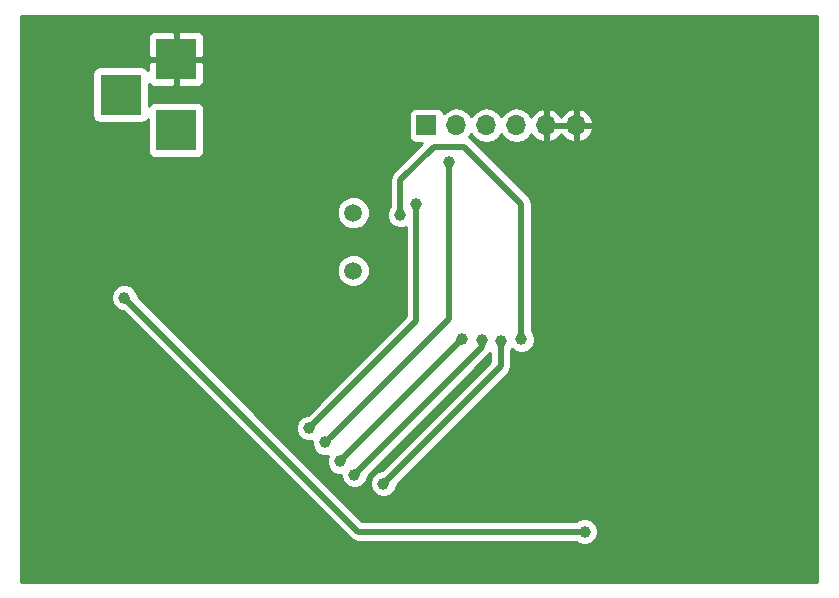
<source format=gbr>
G04 #@! TF.FileFunction,Copper,L2,Bot,Signal*
%FSLAX46Y46*%
G04 Gerber Fmt 4.6, Leading zero omitted, Abs format (unit mm)*
G04 Created by KiCad (PCBNEW 4.0.7) date 12/05/17 19:23:18*
%MOMM*%
%LPD*%
G01*
G04 APERTURE LIST*
%ADD10C,0.100000*%
%ADD11C,1.500000*%
%ADD12R,1.700000X1.700000*%
%ADD13O,1.700000X1.700000*%
%ADD14R,3.500000X3.500000*%
%ADD15C,1.000000*%
%ADD16C,0.500000*%
%ADD17C,0.254000*%
G04 APERTURE END LIST*
D10*
D11*
X28800000Y32000000D03*
X28800000Y27100000D03*
D12*
X34980000Y39400000D03*
D13*
X37520000Y39400000D03*
X40060000Y39400000D03*
X42600000Y39400000D03*
X45140000Y39400000D03*
X47680000Y39400000D03*
D14*
X13800000Y39000000D03*
X13800000Y45000000D03*
X9100000Y42000000D03*
D15*
X48400000Y5000000D03*
X9400000Y24800000D03*
X25054746Y13763487D03*
X34154583Y32750010D03*
X43037784Y21280573D03*
X32800000Y31800000D03*
X37989284Y21304961D03*
X27672225Y10957118D03*
X39696506Y21207406D03*
X28886519Y9823776D03*
X41281784Y21109850D03*
X31342092Y9068216D03*
X26403962Y12549192D03*
X36865079Y36263036D03*
D16*
X9400000Y24800000D02*
X29200000Y5000000D01*
X29200000Y5000000D02*
X48400000Y5000000D01*
X25554745Y14263486D02*
X25054746Y13763487D01*
X34154583Y22863324D02*
X25554745Y14263486D01*
X34154583Y32750010D02*
X34154583Y22863324D01*
X43037784Y32762216D02*
X43037784Y21987679D01*
X32800000Y34800000D02*
X35600000Y37600000D01*
X35600000Y37600000D02*
X38200000Y37600000D01*
X38200000Y37600000D02*
X43037784Y32762216D01*
X43037784Y21987679D02*
X43037784Y21280573D01*
X32800000Y31800000D02*
X32800000Y34800000D01*
X37989284Y21274177D02*
X37989284Y21304961D01*
X27672225Y10957118D02*
X37989284Y21274177D01*
X28886519Y9823776D02*
X39696506Y20633763D01*
X39696506Y20633763D02*
X39696506Y21207406D01*
X41281784Y20402744D02*
X41281784Y21109850D01*
X31342092Y9068216D02*
X41281784Y19007908D01*
X41281784Y19007908D02*
X41281784Y20402744D01*
X36865079Y23010309D02*
X26903961Y13049191D01*
X26903961Y13049191D02*
X26403962Y12549192D01*
X36865079Y36263036D02*
X36865079Y23010309D01*
D17*
G36*
X68090000Y710000D02*
X710000Y710000D01*
X710000Y24575225D01*
X8264803Y24575225D01*
X8437233Y24157914D01*
X8756235Y23838355D01*
X9173244Y23665197D01*
X9283319Y23665101D01*
X28574208Y4374213D01*
X28574210Y4374210D01*
X28766054Y4246025D01*
X28861326Y4182366D01*
X29200000Y4114999D01*
X29200005Y4115000D01*
X47679724Y4115000D01*
X47756235Y4038355D01*
X48173244Y3865197D01*
X48624775Y3864803D01*
X49042086Y4037233D01*
X49361645Y4356235D01*
X49534803Y4773244D01*
X49535197Y5224775D01*
X49362767Y5642086D01*
X49043765Y5961645D01*
X48626756Y6134803D01*
X48175225Y6135197D01*
X47757914Y5962767D01*
X47680011Y5885000D01*
X29566579Y5885000D01*
X21912868Y13538712D01*
X23919549Y13538712D01*
X24091979Y13121401D01*
X24410981Y12801842D01*
X24827990Y12628684D01*
X25269030Y12628299D01*
X25268765Y12324417D01*
X25441195Y11907106D01*
X25760197Y11587547D01*
X26177206Y11414389D01*
X26628737Y11413995D01*
X26633855Y11416110D01*
X26537422Y11183874D01*
X26537028Y10732343D01*
X26709458Y10315032D01*
X27028460Y9995473D01*
X27445469Y9822315D01*
X27751517Y9822048D01*
X27751322Y9599001D01*
X27923752Y9181690D01*
X28242754Y8862131D01*
X28659763Y8688973D01*
X29111294Y8688579D01*
X29528605Y8861009D01*
X29848164Y9180011D01*
X30021322Y9597020D01*
X30021418Y9707095D01*
X40322293Y20007971D01*
X40322296Y20007973D01*
X40396784Y20119453D01*
X40396784Y19374487D01*
X31225615Y10203319D01*
X31117317Y10203413D01*
X30700006Y10030983D01*
X30380447Y9711981D01*
X30207289Y9294972D01*
X30206895Y8843441D01*
X30379325Y8426130D01*
X30698327Y8106571D01*
X31115336Y7933413D01*
X31566867Y7933019D01*
X31984178Y8105449D01*
X32303737Y8424451D01*
X32476895Y8841460D01*
X32476991Y8951535D01*
X41907571Y18382116D01*
X41907574Y18382118D01*
X42099417Y18669233D01*
X42166785Y19007908D01*
X42166784Y19007913D01*
X42166784Y20389574D01*
X42243429Y20466085D01*
X42244513Y20468695D01*
X42394019Y20318928D01*
X42811028Y20145770D01*
X43262559Y20145376D01*
X43679870Y20317806D01*
X43999429Y20636808D01*
X44172587Y21053817D01*
X44172981Y21505348D01*
X44000551Y21922659D01*
X43922784Y22000562D01*
X43922784Y32762211D01*
X43922785Y32762216D01*
X43855417Y33100890D01*
X43855417Y33100891D01*
X43663574Y33388006D01*
X43663571Y33388008D01*
X38825790Y38225790D01*
X38605075Y38373266D01*
X38790000Y38650026D01*
X39009946Y38320853D01*
X39491715Y37998946D01*
X40060000Y37885907D01*
X40628285Y37998946D01*
X41110054Y38320853D01*
X41330000Y38650026D01*
X41549946Y38320853D01*
X42031715Y37998946D01*
X42600000Y37885907D01*
X43168285Y37998946D01*
X43650054Y38320853D01*
X43877702Y38661553D01*
X43944817Y38518642D01*
X44373076Y38128355D01*
X44783110Y37958524D01*
X45013000Y38079845D01*
X45013000Y39273000D01*
X45267000Y39273000D01*
X45267000Y38079845D01*
X45496890Y37958524D01*
X45906924Y38128355D01*
X46335183Y38518642D01*
X46410000Y38677954D01*
X46484817Y38518642D01*
X46913076Y38128355D01*
X47323110Y37958524D01*
X47553000Y38079845D01*
X47553000Y39273000D01*
X47807000Y39273000D01*
X47807000Y38079845D01*
X48036890Y37958524D01*
X48446924Y38128355D01*
X48875183Y38518642D01*
X49121486Y39043108D01*
X49000819Y39273000D01*
X47807000Y39273000D01*
X47553000Y39273000D01*
X45267000Y39273000D01*
X45013000Y39273000D01*
X44993000Y39273000D01*
X44993000Y39527000D01*
X45013000Y39527000D01*
X45013000Y40720155D01*
X45267000Y40720155D01*
X45267000Y39527000D01*
X47553000Y39527000D01*
X47553000Y40720155D01*
X47807000Y40720155D01*
X47807000Y39527000D01*
X49000819Y39527000D01*
X49121486Y39756892D01*
X48875183Y40281358D01*
X48446924Y40671645D01*
X48036890Y40841476D01*
X47807000Y40720155D01*
X47553000Y40720155D01*
X47323110Y40841476D01*
X46913076Y40671645D01*
X46484817Y40281358D01*
X46410000Y40122046D01*
X46335183Y40281358D01*
X45906924Y40671645D01*
X45496890Y40841476D01*
X45267000Y40720155D01*
X45013000Y40720155D01*
X44783110Y40841476D01*
X44373076Y40671645D01*
X43944817Y40281358D01*
X43877702Y40138447D01*
X43650054Y40479147D01*
X43168285Y40801054D01*
X42600000Y40914093D01*
X42031715Y40801054D01*
X41549946Y40479147D01*
X41330000Y40149974D01*
X41110054Y40479147D01*
X40628285Y40801054D01*
X40060000Y40914093D01*
X39491715Y40801054D01*
X39009946Y40479147D01*
X38790000Y40149974D01*
X38570054Y40479147D01*
X38088285Y40801054D01*
X37520000Y40914093D01*
X36951715Y40801054D01*
X36469946Y40479147D01*
X36442150Y40437548D01*
X36433162Y40485317D01*
X36294090Y40701441D01*
X36081890Y40846431D01*
X35830000Y40897440D01*
X34130000Y40897440D01*
X33894683Y40853162D01*
X33678559Y40714090D01*
X33533569Y40501890D01*
X33482560Y40250000D01*
X33482560Y38550000D01*
X33526838Y38314683D01*
X33665910Y38098559D01*
X33878110Y37953569D01*
X34130000Y37902560D01*
X34650981Y37902560D01*
X32174210Y35425790D01*
X31982367Y35138675D01*
X31982367Y35138674D01*
X31914999Y34800000D01*
X31915000Y34799995D01*
X31915000Y32520276D01*
X31838355Y32443765D01*
X31665197Y32026756D01*
X31664803Y31575225D01*
X31837233Y31157914D01*
X32156235Y30838355D01*
X32573244Y30665197D01*
X33024775Y30664803D01*
X33269583Y30765956D01*
X33269583Y23229903D01*
X24938269Y14898590D01*
X24829971Y14898684D01*
X24412660Y14726254D01*
X24093101Y14407252D01*
X23919943Y13990243D01*
X23919549Y13538712D01*
X21912868Y13538712D01*
X10535103Y24916477D01*
X10535197Y25024775D01*
X10362767Y25442086D01*
X10043765Y25761645D01*
X9626756Y25934803D01*
X9175225Y25935197D01*
X8757914Y25762767D01*
X8438355Y25443765D01*
X8265197Y25026756D01*
X8264803Y24575225D01*
X710000Y24575225D01*
X710000Y26825715D01*
X27414760Y26825715D01*
X27625169Y26316485D01*
X28014436Y25926539D01*
X28523298Y25715241D01*
X29074285Y25714760D01*
X29583515Y25925169D01*
X29973461Y26314436D01*
X30184759Y26823298D01*
X30185240Y27374285D01*
X29974831Y27883515D01*
X29585564Y28273461D01*
X29076702Y28484759D01*
X28525715Y28485240D01*
X28016485Y28274831D01*
X27626539Y27885564D01*
X27415241Y27376702D01*
X27414760Y26825715D01*
X710000Y26825715D01*
X710000Y31725715D01*
X27414760Y31725715D01*
X27625169Y31216485D01*
X28014436Y30826539D01*
X28523298Y30615241D01*
X29074285Y30614760D01*
X29583515Y30825169D01*
X29973461Y31214436D01*
X30184759Y31723298D01*
X30185240Y32274285D01*
X29974831Y32783515D01*
X29585564Y33173461D01*
X29076702Y33384759D01*
X28525715Y33385240D01*
X28016485Y33174831D01*
X27626539Y32785564D01*
X27415241Y32276702D01*
X27414760Y31725715D01*
X710000Y31725715D01*
X710000Y43750000D01*
X6702560Y43750000D01*
X6702560Y40250000D01*
X6746838Y40014683D01*
X6885910Y39798559D01*
X7098110Y39653569D01*
X7350000Y39602560D01*
X10850000Y39602560D01*
X11085317Y39646838D01*
X11301441Y39785910D01*
X11402560Y39933903D01*
X11402560Y37250000D01*
X11446838Y37014683D01*
X11585910Y36798559D01*
X11798110Y36653569D01*
X12050000Y36602560D01*
X15550000Y36602560D01*
X15785317Y36646838D01*
X16001441Y36785910D01*
X16146431Y36998110D01*
X16197440Y37250000D01*
X16197440Y40750000D01*
X16153162Y40985317D01*
X16014090Y41201441D01*
X15801890Y41346431D01*
X15550000Y41397440D01*
X12050000Y41397440D01*
X11814683Y41353162D01*
X11598559Y41214090D01*
X11497440Y41066097D01*
X11497440Y42924663D01*
X11511673Y42890302D01*
X11690301Y42711673D01*
X11923690Y42615000D01*
X13514250Y42615000D01*
X13673000Y42773750D01*
X13673000Y44873000D01*
X13927000Y44873000D01*
X13927000Y42773750D01*
X14085750Y42615000D01*
X15676310Y42615000D01*
X15909699Y42711673D01*
X16088327Y42890302D01*
X16185000Y43123691D01*
X16185000Y44714250D01*
X16026250Y44873000D01*
X13927000Y44873000D01*
X13673000Y44873000D01*
X11573750Y44873000D01*
X11415000Y44714250D01*
X11415000Y44044622D01*
X11314090Y44201441D01*
X11101890Y44346431D01*
X10850000Y44397440D01*
X7350000Y44397440D01*
X7114683Y44353162D01*
X6898559Y44214090D01*
X6753569Y44001890D01*
X6702560Y43750000D01*
X710000Y43750000D01*
X710000Y46876309D01*
X11415000Y46876309D01*
X11415000Y45285750D01*
X11573750Y45127000D01*
X13673000Y45127000D01*
X13673000Y47226250D01*
X13927000Y47226250D01*
X13927000Y45127000D01*
X16026250Y45127000D01*
X16185000Y45285750D01*
X16185000Y46876309D01*
X16088327Y47109698D01*
X15909699Y47288327D01*
X15676310Y47385000D01*
X14085750Y47385000D01*
X13927000Y47226250D01*
X13673000Y47226250D01*
X13514250Y47385000D01*
X11923690Y47385000D01*
X11690301Y47288327D01*
X11511673Y47109698D01*
X11415000Y46876309D01*
X710000Y46876309D01*
X710000Y48690000D01*
X68090000Y48690000D01*
X68090000Y710000D01*
X68090000Y710000D01*
G37*
X68090000Y710000D02*
X710000Y710000D01*
X710000Y24575225D01*
X8264803Y24575225D01*
X8437233Y24157914D01*
X8756235Y23838355D01*
X9173244Y23665197D01*
X9283319Y23665101D01*
X28574208Y4374213D01*
X28574210Y4374210D01*
X28766054Y4246025D01*
X28861326Y4182366D01*
X29200000Y4114999D01*
X29200005Y4115000D01*
X47679724Y4115000D01*
X47756235Y4038355D01*
X48173244Y3865197D01*
X48624775Y3864803D01*
X49042086Y4037233D01*
X49361645Y4356235D01*
X49534803Y4773244D01*
X49535197Y5224775D01*
X49362767Y5642086D01*
X49043765Y5961645D01*
X48626756Y6134803D01*
X48175225Y6135197D01*
X47757914Y5962767D01*
X47680011Y5885000D01*
X29566579Y5885000D01*
X21912868Y13538712D01*
X23919549Y13538712D01*
X24091979Y13121401D01*
X24410981Y12801842D01*
X24827990Y12628684D01*
X25269030Y12628299D01*
X25268765Y12324417D01*
X25441195Y11907106D01*
X25760197Y11587547D01*
X26177206Y11414389D01*
X26628737Y11413995D01*
X26633855Y11416110D01*
X26537422Y11183874D01*
X26537028Y10732343D01*
X26709458Y10315032D01*
X27028460Y9995473D01*
X27445469Y9822315D01*
X27751517Y9822048D01*
X27751322Y9599001D01*
X27923752Y9181690D01*
X28242754Y8862131D01*
X28659763Y8688973D01*
X29111294Y8688579D01*
X29528605Y8861009D01*
X29848164Y9180011D01*
X30021322Y9597020D01*
X30021418Y9707095D01*
X40322293Y20007971D01*
X40322296Y20007973D01*
X40396784Y20119453D01*
X40396784Y19374487D01*
X31225615Y10203319D01*
X31117317Y10203413D01*
X30700006Y10030983D01*
X30380447Y9711981D01*
X30207289Y9294972D01*
X30206895Y8843441D01*
X30379325Y8426130D01*
X30698327Y8106571D01*
X31115336Y7933413D01*
X31566867Y7933019D01*
X31984178Y8105449D01*
X32303737Y8424451D01*
X32476895Y8841460D01*
X32476991Y8951535D01*
X41907571Y18382116D01*
X41907574Y18382118D01*
X42099417Y18669233D01*
X42166785Y19007908D01*
X42166784Y19007913D01*
X42166784Y20389574D01*
X42243429Y20466085D01*
X42244513Y20468695D01*
X42394019Y20318928D01*
X42811028Y20145770D01*
X43262559Y20145376D01*
X43679870Y20317806D01*
X43999429Y20636808D01*
X44172587Y21053817D01*
X44172981Y21505348D01*
X44000551Y21922659D01*
X43922784Y22000562D01*
X43922784Y32762211D01*
X43922785Y32762216D01*
X43855417Y33100890D01*
X43855417Y33100891D01*
X43663574Y33388006D01*
X43663571Y33388008D01*
X38825790Y38225790D01*
X38605075Y38373266D01*
X38790000Y38650026D01*
X39009946Y38320853D01*
X39491715Y37998946D01*
X40060000Y37885907D01*
X40628285Y37998946D01*
X41110054Y38320853D01*
X41330000Y38650026D01*
X41549946Y38320853D01*
X42031715Y37998946D01*
X42600000Y37885907D01*
X43168285Y37998946D01*
X43650054Y38320853D01*
X43877702Y38661553D01*
X43944817Y38518642D01*
X44373076Y38128355D01*
X44783110Y37958524D01*
X45013000Y38079845D01*
X45013000Y39273000D01*
X45267000Y39273000D01*
X45267000Y38079845D01*
X45496890Y37958524D01*
X45906924Y38128355D01*
X46335183Y38518642D01*
X46410000Y38677954D01*
X46484817Y38518642D01*
X46913076Y38128355D01*
X47323110Y37958524D01*
X47553000Y38079845D01*
X47553000Y39273000D01*
X47807000Y39273000D01*
X47807000Y38079845D01*
X48036890Y37958524D01*
X48446924Y38128355D01*
X48875183Y38518642D01*
X49121486Y39043108D01*
X49000819Y39273000D01*
X47807000Y39273000D01*
X47553000Y39273000D01*
X45267000Y39273000D01*
X45013000Y39273000D01*
X44993000Y39273000D01*
X44993000Y39527000D01*
X45013000Y39527000D01*
X45013000Y40720155D01*
X45267000Y40720155D01*
X45267000Y39527000D01*
X47553000Y39527000D01*
X47553000Y40720155D01*
X47807000Y40720155D01*
X47807000Y39527000D01*
X49000819Y39527000D01*
X49121486Y39756892D01*
X48875183Y40281358D01*
X48446924Y40671645D01*
X48036890Y40841476D01*
X47807000Y40720155D01*
X47553000Y40720155D01*
X47323110Y40841476D01*
X46913076Y40671645D01*
X46484817Y40281358D01*
X46410000Y40122046D01*
X46335183Y40281358D01*
X45906924Y40671645D01*
X45496890Y40841476D01*
X45267000Y40720155D01*
X45013000Y40720155D01*
X44783110Y40841476D01*
X44373076Y40671645D01*
X43944817Y40281358D01*
X43877702Y40138447D01*
X43650054Y40479147D01*
X43168285Y40801054D01*
X42600000Y40914093D01*
X42031715Y40801054D01*
X41549946Y40479147D01*
X41330000Y40149974D01*
X41110054Y40479147D01*
X40628285Y40801054D01*
X40060000Y40914093D01*
X39491715Y40801054D01*
X39009946Y40479147D01*
X38790000Y40149974D01*
X38570054Y40479147D01*
X38088285Y40801054D01*
X37520000Y40914093D01*
X36951715Y40801054D01*
X36469946Y40479147D01*
X36442150Y40437548D01*
X36433162Y40485317D01*
X36294090Y40701441D01*
X36081890Y40846431D01*
X35830000Y40897440D01*
X34130000Y40897440D01*
X33894683Y40853162D01*
X33678559Y40714090D01*
X33533569Y40501890D01*
X33482560Y40250000D01*
X33482560Y38550000D01*
X33526838Y38314683D01*
X33665910Y38098559D01*
X33878110Y37953569D01*
X34130000Y37902560D01*
X34650981Y37902560D01*
X32174210Y35425790D01*
X31982367Y35138675D01*
X31982367Y35138674D01*
X31914999Y34800000D01*
X31915000Y34799995D01*
X31915000Y32520276D01*
X31838355Y32443765D01*
X31665197Y32026756D01*
X31664803Y31575225D01*
X31837233Y31157914D01*
X32156235Y30838355D01*
X32573244Y30665197D01*
X33024775Y30664803D01*
X33269583Y30765956D01*
X33269583Y23229903D01*
X24938269Y14898590D01*
X24829971Y14898684D01*
X24412660Y14726254D01*
X24093101Y14407252D01*
X23919943Y13990243D01*
X23919549Y13538712D01*
X21912868Y13538712D01*
X10535103Y24916477D01*
X10535197Y25024775D01*
X10362767Y25442086D01*
X10043765Y25761645D01*
X9626756Y25934803D01*
X9175225Y25935197D01*
X8757914Y25762767D01*
X8438355Y25443765D01*
X8265197Y25026756D01*
X8264803Y24575225D01*
X710000Y24575225D01*
X710000Y26825715D01*
X27414760Y26825715D01*
X27625169Y26316485D01*
X28014436Y25926539D01*
X28523298Y25715241D01*
X29074285Y25714760D01*
X29583515Y25925169D01*
X29973461Y26314436D01*
X30184759Y26823298D01*
X30185240Y27374285D01*
X29974831Y27883515D01*
X29585564Y28273461D01*
X29076702Y28484759D01*
X28525715Y28485240D01*
X28016485Y28274831D01*
X27626539Y27885564D01*
X27415241Y27376702D01*
X27414760Y26825715D01*
X710000Y26825715D01*
X710000Y31725715D01*
X27414760Y31725715D01*
X27625169Y31216485D01*
X28014436Y30826539D01*
X28523298Y30615241D01*
X29074285Y30614760D01*
X29583515Y30825169D01*
X29973461Y31214436D01*
X30184759Y31723298D01*
X30185240Y32274285D01*
X29974831Y32783515D01*
X29585564Y33173461D01*
X29076702Y33384759D01*
X28525715Y33385240D01*
X28016485Y33174831D01*
X27626539Y32785564D01*
X27415241Y32276702D01*
X27414760Y31725715D01*
X710000Y31725715D01*
X710000Y43750000D01*
X6702560Y43750000D01*
X6702560Y40250000D01*
X6746838Y40014683D01*
X6885910Y39798559D01*
X7098110Y39653569D01*
X7350000Y39602560D01*
X10850000Y39602560D01*
X11085317Y39646838D01*
X11301441Y39785910D01*
X11402560Y39933903D01*
X11402560Y37250000D01*
X11446838Y37014683D01*
X11585910Y36798559D01*
X11798110Y36653569D01*
X12050000Y36602560D01*
X15550000Y36602560D01*
X15785317Y36646838D01*
X16001441Y36785910D01*
X16146431Y36998110D01*
X16197440Y37250000D01*
X16197440Y40750000D01*
X16153162Y40985317D01*
X16014090Y41201441D01*
X15801890Y41346431D01*
X15550000Y41397440D01*
X12050000Y41397440D01*
X11814683Y41353162D01*
X11598559Y41214090D01*
X11497440Y41066097D01*
X11497440Y42924663D01*
X11511673Y42890302D01*
X11690301Y42711673D01*
X11923690Y42615000D01*
X13514250Y42615000D01*
X13673000Y42773750D01*
X13673000Y44873000D01*
X13927000Y44873000D01*
X13927000Y42773750D01*
X14085750Y42615000D01*
X15676310Y42615000D01*
X15909699Y42711673D01*
X16088327Y42890302D01*
X16185000Y43123691D01*
X16185000Y44714250D01*
X16026250Y44873000D01*
X13927000Y44873000D01*
X13673000Y44873000D01*
X11573750Y44873000D01*
X11415000Y44714250D01*
X11415000Y44044622D01*
X11314090Y44201441D01*
X11101890Y44346431D01*
X10850000Y44397440D01*
X7350000Y44397440D01*
X7114683Y44353162D01*
X6898559Y44214090D01*
X6753569Y44001890D01*
X6702560Y43750000D01*
X710000Y43750000D01*
X710000Y46876309D01*
X11415000Y46876309D01*
X11415000Y45285750D01*
X11573750Y45127000D01*
X13673000Y45127000D01*
X13673000Y47226250D01*
X13927000Y47226250D01*
X13927000Y45127000D01*
X16026250Y45127000D01*
X16185000Y45285750D01*
X16185000Y46876309D01*
X16088327Y47109698D01*
X15909699Y47288327D01*
X15676310Y47385000D01*
X14085750Y47385000D01*
X13927000Y47226250D01*
X13673000Y47226250D01*
X13514250Y47385000D01*
X11923690Y47385000D01*
X11690301Y47288327D01*
X11511673Y47109698D01*
X11415000Y46876309D01*
X710000Y46876309D01*
X710000Y48690000D01*
X68090000Y48690000D01*
X68090000Y710000D01*
M02*

</source>
